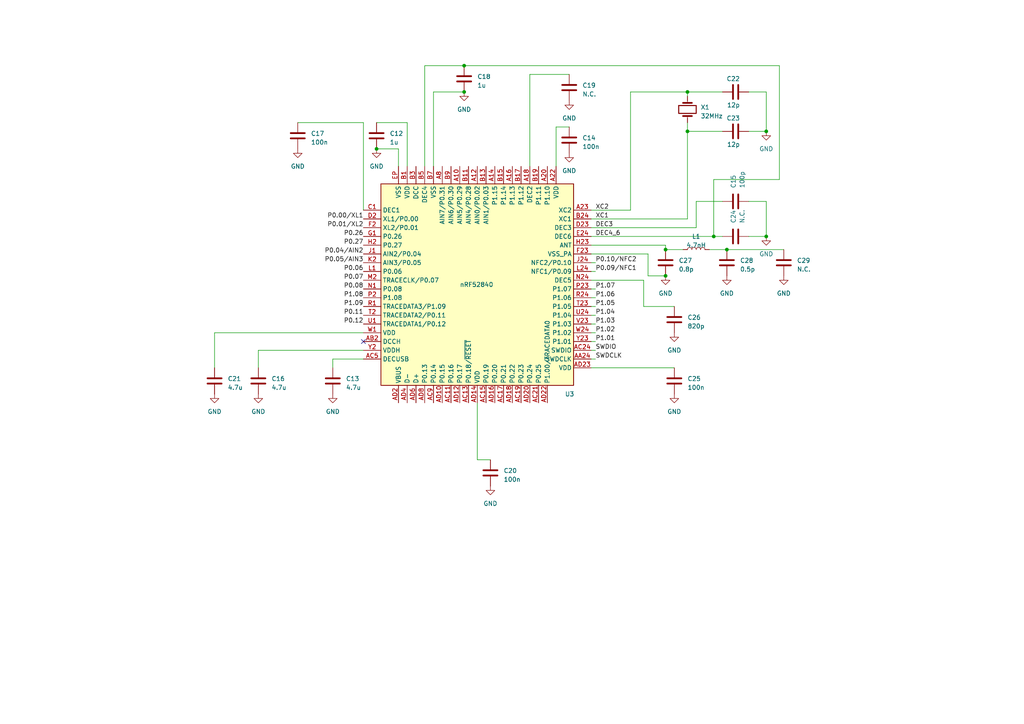
<source format=kicad_sch>
(kicad_sch (version 20230121) (generator eeschema)
  (paper "A4")
  (lib_symbols
    (symbol "Device:C" (pin_numbers hide) (pin_names (offset 0.254))
      (property "Reference" "C" (at 0.635 2.54 0))
      (property "Value" "C" (at 0.635 -2.54 0))
      (symbol "C_0_1"
        (polyline (pts (xy -2.032 -0.762) (xy 2.032 -0.762)) (stroke (width 0.508)))
        (polyline (pts (xy -2.032 0.762) (xy 2.032 0.762)) (stroke (width 0.508)))
      )
      (symbol "C_1_1"
        (pin passive line (at 0 3.81 270) (length 2.794) (name "~") (number "1"))
        (pin passive line (at 0 -3.81 90) (length 2.794) (name "~") (number "2"))
      )
    )
    (symbol "Device:Crystal" (pin_numbers hide) (pin_names (offset 1.016) hide)
      (property "Reference" "Y" (at 0 3.81 0))
      (property "Value" "Crystal" (at 0 -3.81 0))
      (symbol "Crystal_0_1"
        (rectangle (start -1.143 2.54) (end 1.143 -2.54) (stroke (width 0.3048)))
        (polyline (pts (xy -2.54 0) (xy -1.905 0)))
        (polyline (pts (xy -1.905 -1.27) (xy -1.905 1.27)) (stroke (width 0.508)))
        (polyline (pts (xy 1.905 -1.27) (xy 1.905 1.27)) (stroke (width 0.508)))
        (polyline (pts (xy 2.54 0) (xy 1.905 0)))
      )
      (symbol "Crystal_1_1"
        (pin passive line (at -3.81 0 0) (length 1.27) (name "1") (number "1"))
        (pin passive line (at 3.81 0 180) (length 1.27) (name "2") (number "2"))
      )
    )
    (symbol "Device:L" (pin_numbers hide) (pin_names (offset 1.016) hide)
      (property "Reference" "L" (at -1.27 0 90))
      (property "Value" "L" (at 1.905 0 90))
      (symbol "L_0_1"
        (arc (start 0 -2.54) (mid 0.6323 -1.905) (end 0 -1.27))
        (arc (start 0 -1.27) (mid 0.6323 -0.635) (end 0 0))
        (arc (start 0 0) (mid 0.6323 0.635) (end 0 1.27))
        (arc (start 0 1.27) (mid 0.6323 1.905) (end 0 2.54))
      )
      (symbol "L_1_1"
        (pin passive line (at 0 3.81 270) (length 1.27) (name "1") (number "1"))
        (pin passive line (at 0 -3.81 90) (length 1.27) (name "2") (number "2"))
      )
    )
    (symbol "MCU_Nordic:nRF52840"
      (property "Reference" "U3" (at 25.4 -39.37 0))
      (property "Value" "nRF52840" (at -5.08 -7.62 0))
      (symbol "nRF52840_0_1"
        (rectangle (start -27.94 21.59) (end 27.94 -36.83) (stroke (width 0.254)) (fill (type background)))
      )
      (symbol "nRF52840_1_1"
        (pin bidirectional line (at -5.08 26.67 270) (length 5.08) (name "AIN5/P0.29") (number "A10"))
        (pin bidirectional line (at 0 26.67 270) (length 5.08) (name "AIN0/P0.02") (number "A12"))
        (pin bidirectional line (at 5.08 26.67 270) (length 5.08) (name "P1.15") (number "A14"))
        (pin bidirectional line (at 10.16 26.67 270) (length 5.08) (name "P1.13") (number "A16"))
        (pin passive line (at 15.24 26.67 270) (length 5.08) (name "DEC2") (number "A18"))
        (pin bidirectional line (at 20.32 26.67 270) (length 5.08) (name "P1.10") (number "A20"))
        (pin passive line (at 22.86 26.67 270) (length 5.08) (name "VDD") (number "A22"))
        (pin input line (at 33.02 13.97 180) (length 5.08) (name "XC2") (number "A23"))
        (pin bidirectional line (at -10.16 26.67 270) (length 5.08) (name "AIN7/P0.31") (number "A8"))
        (pin input line (at 33.02 -29.21 180) (length 5.08) (name "SWDCLK") (number "AA24"))
        (pin power_out line (at -33.02 -24.13 0) (length 5.08) (name "DCCH") (number "AB2"))
        (pin bidirectional line (at -7.62 -41.91 90) (length 5.08) (name "P0.16") (number "AC11"))
        (pin bidirectional line (at -2.54 -41.91 90) (length 5.08) (name "P0.18/~{RESET}") (number "AC13"))
        (pin bidirectional line (at 2.54 -41.91 90) (length 5.08) (name "P0.19") (number "AC15"))
        (pin bidirectional line (at 7.62 -41.91 90) (length 5.08) (name "P0.21") (number "AC17"))
        (pin bidirectional line (at 12.7 -41.91 90) (length 5.08) (name "P0.23") (number "AC19"))
        (pin bidirectional line (at 17.78 -41.91 90) (length 5.08) (name "P0.25") (number "AC21"))
        (pin bidirectional line (at 33.02 -26.67 180) (length 5.08) (name "SWDIO") (number "AC24"))
        (pin passive line (at -33.02 -29.21 0) (length 5.08) (name "DECUSB") (number "AC5"))
        (pin bidirectional line (at -12.7 -41.91 90) (length 5.08) (name "P0.14") (number "AC9"))
        (pin bidirectional line (at -10.16 -41.91 90) (length 5.08) (name "P0.15") (number "AD10"))
        (pin bidirectional line (at -5.08 -41.91 90) (length 5.08) (name "P0.17") (number "AD12"))
        (pin passive line (at 0 -41.91 90) (length 5.08) (name "VDD") (number "AD14"))
        (pin bidirectional line (at 5.08 -41.91 90) (length 5.08) (name "P0.20") (number "AD16"))
        (pin bidirectional line (at 10.16 -41.91 90) (length 5.08) (name "P0.22") (number "AD18"))
        (pin power_in line (at -22.86 -41.91 90) (length 5.08) (name "VBUS") (number "AD2"))
        (pin bidirectional line (at 15.24 -41.91 90) (length 5.08) (name "P0.24") (number "AD20"))
        (pin bidirectional line (at 20.32 -41.91 90) (length 5.08) (name "P1.00/TRACEDATA0") (number "AD22"))
        (pin passive line (at 33.02 -31.75 180) (length 5.08) (name "VDD") (number "AD23"))
        (pin bidirectional line (at -20.32 -41.91 90) (length 5.08) (name "D-") (number "AD4"))
        (pin bidirectional line (at -17.78 -41.91 90) (length 5.08) (name "D+") (number "AD6"))
        (pin bidirectional line (at -15.24 -41.91 90) (length 5.08) (name "P0.13") (number "AD8"))
        (pin power_in line (at -20.32 26.67 270) (length 5.08) (name "VDD") (number "B1"))
        (pin bidirectional line (at -2.54 26.67 270) (length 5.08) (name "AIN4/P0.28") (number "B11"))
        (pin bidirectional line (at 2.54 26.67 270) (length 5.08) (name "AIN1/P0.03") (number "B13"))
        (pin bidirectional line (at 7.62 26.67 270) (length 5.08) (name "P1.14") (number "B15"))
        (pin bidirectional line (at 12.7 26.67 270) (length 5.08) (name "P1.12") (number "B17"))
        (pin bidirectional line (at 17.78 26.67 270) (length 5.08) (name "P1.11") (number "B19"))
        (pin input line (at 33.02 11.43 180) (length 5.08) (name "XC1") (number "B24"))
        (pin power_out line (at -17.78 26.67 270) (length 5.08) (name "DCC") (number "B3"))
        (pin passive line (at -15.24 26.67 270) (length 5.08) (name "DEC4") (number "B5"))
        (pin power_in line (at -12.7 26.67 270) (length 5.08) (name "VSS") (number "B7"))
        (pin bidirectional line (at -7.62 26.67 270) (length 5.08) (name "AIN6/P0.30") (number "B9"))
        (pin passive line (at -33.02 13.97 0) (length 5.08) (name "DEC1") (number "C1"))
        (pin bidirectional line (at -33.02 11.43 0) (length 5.08) (name "XL1/P0.00") (number "D2"))
        (pin passive line (at 33.02 8.89 180) (length 5.08) (name "DEC3") (number "D23"))
        (pin passive line (at 33.02 6.35 180) (length 5.08) (name "DEC6") (number "E24"))
        (pin passive line (at -22.86 26.67 270) (length 5.08) (name "VSS") (number "EP"))
        (pin bidirectional line (at -33.02 8.89 0) (length 5.08) (name "XL2/P0.01") (number "F2"))
        (pin power_in line (at 33.02 1.27 180) (length 5.08) (name "VSS_PA") (number "F23"))
        (pin bidirectional line (at -33.02 6.35 0) (length 5.08) (name "P0.26") (number "G1"))
        (pin bidirectional line (at -33.02 3.81 0) (length 5.08) (name "P0.27") (number "H2"))
        (pin passive line (at 33.02 3.81 180) (length 5.08) (name "ANT") (number "H23"))
        (pin bidirectional line (at -33.02 1.27 0) (length 5.08) (name "AIN2/P0.04") (number "J1"))
        (pin bidirectional line (at 33.02 -1.27 180) (length 5.08) (name "NFC2/P0.10") (number "J24"))
        (pin bidirectional line (at -33.02 -1.27 0) (length 5.08) (name "AIN3/P0.05") (number "K2"))
        (pin bidirectional line (at -33.02 -3.81 0) (length 5.08) (name "P0.06") (number "L1"))
        (pin bidirectional line (at 33.02 -3.81 180) (length 5.08) (name "NFC1/P0.09") (number "L24"))
        (pin bidirectional line (at -33.02 -6.35 0) (length 5.08) (name "TRACECLK/P0.07") (number "M2"))
        (pin bidirectional line (at -33.02 -8.89 0) (length 5.08) (name "P0.08") (number "N1"))
        (pin passive line (at 33.02 -6.35 180) (length 5.08) (name "DEC5") (number "N24"))
        (pin bidirectional line (at -33.02 -11.43 0) (length 5.08) (name "P1.08") (number "P2"))
        (pin bidirectional line (at 33.02 -8.89 180) (length 5.08) (name "P1.07") (number "P23"))
        (pin bidirectional line (at -33.02 -13.97 0) (length 5.08) (name "TRACEDATA3/P1.09") (number "R1"))
        (pin bidirectional line (at 33.02 -11.43 180) (length 5.08) (name "P1.06") (number "R24"))
        (pin bidirectional line (at -33.02 -16.51 0) (length 5.08) (name "TRACEDATA2/P0.11") (number "T2"))
        (pin bidirectional line (at 33.02 -13.97 180) (length 5.08) (name "P1.05") (number "T23"))
        (pin bidirectional line (at -33.02 -19.05 0) (length 5.08) (name "TRACEDATA1/P0.12") (number "U1"))
        (pin bidirectional line (at 33.02 -16.51 180) (length 5.08) (name "P1.04") (number "U24"))
        (pin bidirectional line (at 33.02 -19.05 180) (length 5.08) (name "P1.03") (number "V23"))
        (pin passive line (at -33.02 -21.59 0) (length 5.08) (name "VDD") (number "W1"))
        (pin bidirectional line (at 33.02 -21.59 180) (length 5.08) (name "P1.02") (number "W24"))
        (pin power_in line (at -33.02 -26.67 0) (length 5.08) (name "VDDH") (number "Y2"))
        (pin bidirectional line (at 33.02 -24.13 180) (length 5.08) (name "P1.01") (number "Y23"))
      )
    )
    (symbol "power:GND" (power) (pin_names (offset 0))
      (property "Value" "GND" (at 0 -3.81 0))
      (symbol "GND_0_1"
        (polyline (pts (xy 0 0) (xy 0 -1.27) (xy 1.27 -1.27) (xy 0 -2.54) (xy -1.27 -1.27) (xy 0 -1.27)))
      )
      (symbol "GND_1_1"
        (pin power_in line (at 0 0 270) (length 0) hide (name "GND") (number "1"))
      )
    )
  )
  (junction (at 199.39 26.67))
  (junction (at 109.22 43.18))
  (junction (at 134.62 26.67))
  (junction (at 222.25 68.58))
  (junction (at 193.04 72.39))
  (junction (at 222.25 38.1))
  (junction (at 210.82 72.39))
  (junction (at 199.39 38.1))
  (junction (at 193.04 80.01))
  (junction (at 207.01 68.58))
  (junction (at 134.62 19.05))
  (no_connect (at 105.41 99.06))
  (wire (pts (xy 226.06 52.07) (xy 207.01 52.07)))
  (wire (pts (xy 199.39 26.67) (xy 199.39 27.94)))
  (wire (pts (xy 125.73 26.67) (xy 125.73 48.26)))
  (wire (pts (xy 217.17 68.58) (xy 222.25 68.58)))
  (wire (pts (xy 199.39 38.1) (xy 199.39 63.5)))
  (wire (pts (xy 217.17 26.67) (xy 222.25 26.67)))
  (wire (pts (xy 134.62 19.05) (xy 226.06 19.05)))
  (wire (pts (xy 193.04 72.39) (xy 198.12 72.39)))
  (wire (pts (xy 187.96 80.01) (xy 193.04 80.01)))
  (wire (pts (xy 171.45 68.58) (xy 207.01 68.58)))
  (wire (pts (xy 207.01 68.58) (xy 209.55 68.58)))
  (wire (pts (xy 186.69 81.28) (xy 186.69 88.9)))
  (wire (pts (xy 138.43 133.35) (xy 142.24 133.35)))
  (wire (pts (xy 171.45 81.28) (xy 186.69 81.28)))
  (wire (pts (xy 153.67 48.26) (xy 153.67 21.59)))
  (wire (pts (xy 217.17 58.42) (xy 222.25 58.42)))
  (wire (pts (xy 193.04 71.12) (xy 193.04 72.39)))
  (wire (pts (xy 134.62 26.67) (xy 125.73 26.67)))
  (wire (pts (xy 105.41 104.14) (xy 96.52 104.14)))
  (wire (pts (xy 123.19 48.26) (xy 123.19 19.05)))
  (wire (pts (xy 109.22 35.56) (xy 118.11 35.56)))
  (wire (pts (xy 187.96 73.66) (xy 187.96 80.01)))
  (wire (pts (xy 118.11 35.56) (xy 118.11 48.26)))
  (wire (pts (xy 109.22 43.18) (xy 115.57 43.18)))
  (wire (pts (xy 186.69 88.9) (xy 195.58 88.9)))
  (wire (pts (xy 171.45 106.68) (xy 195.58 106.68)))
  (wire (pts (xy 153.67 21.59) (xy 165.1 21.59)))
  (wire (pts (xy 199.39 38.1) (xy 199.39 35.56)))
  (wire (pts (xy 172.72 93.98) (xy 171.45 93.98)))
  (wire (pts (xy 172.72 91.44) (xy 171.45 91.44)))
  (wire (pts (xy 172.72 88.9) (xy 171.45 88.9)))
  (wire (pts (xy 171.45 73.66) (xy 187.96 73.66)))
  (wire (pts (xy 123.19 19.05) (xy 134.62 19.05)))
  (wire (pts (xy 172.72 78.74) (xy 171.45 78.74)))
  (wire (pts (xy 74.93 106.68) (xy 74.93 101.6)))
  (wire (pts (xy 217.17 38.1) (xy 222.25 38.1)))
  (wire (pts (xy 172.72 83.82) (xy 171.45 83.82)))
  (wire (pts (xy 209.55 26.67) (xy 199.39 26.67)))
  (wire (pts (xy 105.41 96.52) (xy 62.23 96.52)))
  (wire (pts (xy 86.36 35.56) (xy 105.41 35.56)))
  (wire (pts (xy 201.93 66.04) (xy 201.93 58.42)))
  (wire (pts (xy 222.25 58.42) (xy 222.25 68.58)))
  (wire (pts (xy 62.23 96.52) (xy 62.23 106.68)))
  (wire (pts (xy 207.01 52.07) (xy 207.01 68.58)))
  (wire (pts (xy 172.72 104.14) (xy 171.45 104.14)))
  (wire (pts (xy 226.06 19.05) (xy 226.06 52.07)))
  (wire (pts (xy 172.72 99.06) (xy 171.45 99.06)))
  (wire (pts (xy 171.45 66.04) (xy 201.93 66.04)))
  (wire (pts (xy 201.93 58.42) (xy 209.55 58.42)))
  (wire (pts (xy 172.72 96.52) (xy 171.45 96.52)))
  (wire (pts (xy 182.88 26.67) (xy 199.39 26.67)))
  (wire (pts (xy 172.72 86.36) (xy 171.45 86.36)))
  (wire (pts (xy 161.29 36.83) (xy 165.1 36.83)))
  (wire (pts (xy 210.82 72.39) (xy 227.33 72.39)))
  (wire (pts (xy 182.88 60.96) (xy 182.88 26.67)))
  (wire (pts (xy 161.29 48.26) (xy 161.29 36.83)))
  (wire (pts (xy 171.45 60.96) (xy 182.88 60.96)))
  (wire (pts (xy 205.74 72.39) (xy 210.82 72.39)))
  (wire (pts (xy 171.45 71.12) (xy 193.04 71.12)))
  (wire (pts (xy 172.72 76.2) (xy 171.45 76.2)))
  (wire (pts (xy 115.57 43.18) (xy 115.57 48.26)))
  (wire (pts (xy 74.93 101.6) (xy 105.41 101.6)))
  (wire (pts (xy 105.41 35.56) (xy 105.41 60.96)))
  (wire (pts (xy 138.43 116.84) (xy 138.43 133.35)))
  (wire (pts (xy 96.52 104.14) (xy 96.52 106.68)))
  (wire (pts (xy 172.72 101.6) (xy 171.45 101.6)))
  (wire (pts (xy 171.45 63.5) (xy 199.39 63.5)))
  (wire (pts (xy 222.25 26.67) (xy 222.25 38.1)))
  (wire (pts (xy 209.55 38.1) (xy 199.39 38.1)))
  (label "P0.12" (at 105.41 93.98 180))
  (label "P1.08" (at 105.41 86.36 180))
  (label "DEC4_6" (at 172.72 68.58 0))
  (label "P1.03" (at 172.72 93.98 0))
  (label "P1.09" (at 105.41 88.9 180))
  (label "P0.07" (at 105.41 81.28 180))
  (label "P0.00{slash}XL1" (at 105.41 63.5 180))
  (label "P1.06" (at 172.72 86.36 0))
  (label "P0.27" (at 105.41 71.12 180))
  (label "P0.01{slash}XL2" (at 105.41 66.04 180))
  (label "P1.02" (at 172.72 96.52 0))
  (label "P0.26" (at 105.41 68.58 180))
  (label "DEC3" (at 172.72 66.04 0))
  (label "SWDIO" (at 172.72 101.6 0))
  (label "P0.11" (at 105.41 91.44 180))
  (label "P0.10{slash}NFC2" (at 172.72 76.2 0))
  (label "P1.05" (at 172.72 88.9 0))
  (label "P0.04{slash}AIN2" (at 105.41 73.66 180))
  (label "P1.07" (at 172.72 83.82 0))
  (label "P0.08" (at 105.41 83.82 180))
  (label "P0.09{slash}NFC1" (at 172.72 78.74 0))
  (label "XC2" (at 172.72 60.96 0))
  (label "P0.05{slash}AIN3" (at 105.41 76.2 180))
  (label "P0.06" (at 105.41 78.74 180))
  (label "P1.01" (at 172.72 99.06 0))
  (label "SWDCLK" (at 172.72 104.14 0))
  (label "P1.04" (at 172.72 91.44 0))
  (label "XC1" (at 172.72 63.5 0))
  (symbol (lib_id "power:GND") (at 222.25 68.58 0) (unit 1)
    (property "Reference" "#PWR04" (effects hide))
    (property "Value" "GND" (at 222.25 73.66 0))
  )
  (symbol (lib_id "power:GND") (at 165.1 44.45 0) (unit 1)
    (property "Reference" "#PWR018" (effects hide))
    (property "Value" "GND" (at 165.1 49.53 0))
  )
  (symbol (lib_id "Device:C") (at 62.23 110.49 0) (unit 1)
    (property "Reference" "C21" (at 66.04 109.855 0) (effects (justify left)))
    (property "Value" "4.7u" (at 66.04 112.395 0) (effects (justify left)))
  )
  (symbol (lib_id "Device:C") (at 213.36 38.1 90) (unit 1)
    (property "Reference" "C23" (at 214.63 34.29 90) (effects (justify left)))
    (property "Value" "12p" (at 214.63 41.91 90) (effects (justify left)))
  )
  (symbol (lib_id "Device:C") (at 227.33 76.2 180) (unit 1)
    (property "Reference" "C29" (at 231.14 75.565 0) (effects (justify right)))
    (property "Value" "N.C." (at 231.14 78.105 0) (effects (justify right)))
  )
  (symbol (lib_id "Device:C") (at 165.1 40.64 0) (unit 1)
    (property "Reference" "C14" (at 168.91 40.005 0) (effects (justify left)))
    (property "Value" "100n" (at 168.91 42.545 0) (effects (justify left)))
  )
  (symbol (lib_id "Device:C") (at 96.52 110.49 0) (unit 1)
    (property "Reference" "C13" (at 100.33 109.855 0) (effects (justify left)))
    (property "Value" "4.7u" (at 100.33 112.395 0) (effects (justify left)))
  )
  (symbol (lib_id "Device:C") (at 213.36 58.42 90) (unit 1)
    (property "Reference" "C15" (at 212.725 54.61 0) (effects (justify left)))
    (property "Value" "100p" (at 215.265 54.61 0) (effects (justify left)))
  )
  (symbol (lib_id "power:GND") (at 62.23 114.3 0) (unit 1)
    (property "Reference" "#PWR014" (effects hide))
    (property "Value" "GND" (at 62.23 119.38 0))
  )
  (symbol (lib_id "Device:C") (at 134.62 22.86 0) (unit 1)
    (property "Reference" "C18" (at 138.43 22.225 0) (effects (justify left)))
    (property "Value" "1u" (at 138.43 24.765 0) (effects (justify left)))
  )
  (symbol (lib_id "Device:Crystal") (at 199.39 31.75 90) (unit 1)
    (property "Reference" "X1" (at 203.2 31.115 90) (effects (justify right)))
    (property "Value" "32MHz" (at 203.2 33.655 90) (effects (justify right)))
  )
  (symbol (lib_id "Device:C") (at 86.36 39.37 0) (unit 1)
    (property "Reference" "C17" (at 90.17 38.735 0) (effects (justify left)))
    (property "Value" "100n" (at 90.17 41.275 0) (effects (justify left)))
  )
  (symbol (lib_id "Device:C") (at 74.93 110.49 0) (unit 1)
    (property "Reference" "C16" (at 78.74 109.855 0) (effects (justify left)))
    (property "Value" "4.7u" (at 78.74 112.395 0) (effects (justify left)))
  )
  (symbol (lib_id "Device:C") (at 195.58 92.71 180) (unit 1)
    (property "Reference" "C26" (at 199.39 92.075 0) (effects (justify right)))
    (property "Value" "820p" (at 199.39 94.615 0) (effects (justify right)))
  )
  (symbol (lib_id "Device:C") (at 142.24 137.16 0) (unit 1)
    (property "Reference" "C20" (at 146.05 136.525 0) (effects (justify left)))
    (property "Value" "100n" (at 146.05 139.065 0) (effects (justify left)))
  )
  (symbol (lib_id "power:GND") (at 195.58 96.52 0) (unit 1)
    (property "Reference" "#PWR010" (effects hide))
    (property "Value" "GND" (at 195.58 101.6 0))
  )
  (symbol (lib_id "Device:C") (at 195.58 110.49 180) (unit 1)
    (property "Reference" "C25" (at 199.39 109.855 0) (effects (justify right)))
    (property "Value" "100n" (at 199.39 112.395 0) (effects (justify right)))
  )
  (symbol (lib_id "Device:C") (at 193.04 76.2 180) (unit 1)
    (property "Reference" "C27" (at 196.85 75.565 0) (effects (justify right)))
    (property "Value" "0.8p" (at 196.85 78.105 0) (effects (justify right)))
  )
  (symbol (lib_id "Device:C") (at 109.22 39.37 0) (unit 1)
    (property "Reference" "C12" (at 113.03 38.735 0) (effects (justify left)))
    (property "Value" "1u" (at 113.03 41.275 0) (effects (justify left)))
  )
  (symbol (lib_id "power:GND") (at 193.04 80.01 0) (unit 1)
    (property "Reference" "#PWR09" (effects hide))
    (property "Value" "GND" (at 193.04 85.09 0))
  )
  (symbol (lib_id "Device:C") (at 213.36 26.67 90) (unit 1)
    (property "Reference" "C22" (at 214.63 22.86 90) (effects (justify left)))
    (property "Value" "12p" (at 214.63 30.48 90) (effects (justify left)))
  )
  (symbol (lib_id "power:GND") (at 222.25 38.1 0) (unit 1)
    (property "Reference" "#PWR03" (effects hide))
    (property "Value" "GND" (at 222.25 43.18 0))
  )
  (symbol (lib_id "power:GND") (at 195.58 114.3 0) (unit 1)
    (property "Reference" "#PWR011" (effects hide))
    (property "Value" "GND" (at 195.58 119.38 0))
  )
  (symbol (lib_id "MCU_Nordic:nRF52840") (at 138.43 74.93 0) (unit 1)
    (property "Reference" "U3" (at 163.83 114.3 0) (effects (justify left)))
    (property "Value" "nRF52840" (at 133.35 82.55 0) (effects (justify left)))
    (property "Footprint" "Package_DFN_QFN:Nordic_AQFN-73-1EP_7x7mm_P0.5mm" (effects hide))
    (property "Datasheet" "http://infocenter.nordicsemi.com/topic/com.nordic.infocenter.nrf52/dita/nrf52/chips/nrf52840.html" (effects hide))
  )
  (symbol (lib_id "power:GND") (at 86.36 43.18 0) (unit 1)
    (property "Reference" "#PWR06" (effects hide))
    (property "Value" "GND" (at 86.36 48.26 0))
  )
  (symbol (lib_id "Device:C") (at 165.1 25.4 0) (unit 1)
    (property "Reference" "C19" (at 168.91 24.765 0) (effects (justify left)))
    (property "Value" "N.C." (at 168.91 27.305 0) (effects (justify left)))
  )
  (symbol (lib_id "Device:C") (at 210.82 76.2 180) (unit 1)
    (property "Reference" "C28" (at 214.63 75.565 0) (effects (justify right)))
    (property "Value" "0.5p" (at 214.63 78.105 0) (effects (justify right)))
  )
  (symbol (lib_id "power:GND") (at 96.52 114.3 0) (unit 1)
    (property "Reference" "#PWR07" (effects hide))
    (property "Value" "GND" (at 96.52 119.38 0))
  )
  (symbol (lib_id "power:GND") (at 109.22 43.18 0) (unit 1)
    (property "Reference" "#PWR016" (effects hide))
    (property "Value" "GND" (at 109.22 48.26 0))
  )
  (symbol (lib_id "power:GND") (at 134.62 26.67 0) (unit 1)
    (property "Reference" "#PWR017" (effects hide))
    (property "Value" "GND" (at 134.62 31.75 0))
  )
  (symbol (lib_id "Device:C") (at 213.36 68.58 90) (unit 1)
    (property "Reference" "C24" (at 212.725 64.77 0) (effects (justify left)))
    (property "Value" "N.C." (at 215.265 64.77 0) (effects (justify left)))
  )
  (symbol (lib_id "power:GND") (at 74.93 114.3 0) (unit 1)
    (property "Reference" "#PWR013" (effects hide))
    (property "Value" "GND" (at 74.93 119.38 0))
  )
  (symbol (lib_id "power:GND") (at 142.24 140.97 0) (unit 1)
    (property "Reference" "#PWR020" (effects hide))
    (property "Value" "GND" (at 142.24 146.05 0))
  )
  (symbol (lib_id "power:GND") (at 227.33 80.01 0) (unit 1)
    (property "Reference" "#PWR05" (effects hide))
    (property "Value" "GND" (at 227.33 85.09 0))
  )
  (symbol (lib_id "power:GND") (at 165.1 29.21 0) (unit 1)
    (property "Reference" "#PWR019" (effects hide))
    (property "Value" "GND" (at 165.1 34.29 0))
  )
  (symbol (lib_id "power:GND") (at 210.82 80.01 0) (unit 1)
    (property "Reference" "#PWR08" (effects hide))
    (property "Value" "GND" (at 210.82 85.09 0))
  )
  (symbol (lib_id "Device:L") (at 201.93 72.39 90) (unit 1)
    (property "Reference" "L1" (at 201.93 68.58 90))
    (property "Value" "4.7nH" (at 201.93 71.12 90))
  )
)
</source>
